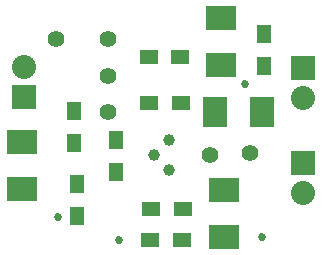
<source format=gts>
G04 #@! TF.FileFunction,Soldermask,Top*
%FSLAX46Y46*%
G04 Gerber Fmt 4.6, Leading zero omitted, Abs format (unit mm)*
G04 Created by KiCad (PCBNEW 4.0.1-stable) date 2/14/2016 8:13:32 PM*
%MOMM*%
G01*
G04 APERTURE LIST*
%ADD10C,0.100000*%
%ADD11R,2.500000X2.000000*%
%ADD12R,2.000000X2.500000*%
%ADD13R,2.032000X2.032000*%
%ADD14O,2.032000X2.032000*%
%ADD15C,1.397000*%
%ADD16C,1.000760*%
%ADD17R,1.300000X1.500000*%
%ADD18R,1.500000X1.300000*%
%ADD19C,0.685800*%
G04 APERTURE END LIST*
D10*
D11*
X140310000Y-112630000D03*
X140310000Y-108630000D03*
X157410000Y-116690000D03*
X157410000Y-112690000D03*
D12*
X160620000Y-106090000D03*
X156620000Y-106090000D03*
D11*
X157110000Y-102140000D03*
X157110000Y-98140000D03*
D13*
X140400000Y-104850000D03*
D14*
X140400000Y-102310000D03*
D13*
X164060000Y-110450000D03*
D14*
X164060000Y-112990000D03*
D13*
X164070000Y-102330000D03*
D14*
X164070000Y-104870000D03*
D15*
X147520000Y-103010000D03*
X147540000Y-106100000D03*
X147520000Y-99930000D03*
X156220000Y-109740000D03*
X159550000Y-109610000D03*
D16*
X151460000Y-109780000D03*
X152730000Y-108510000D03*
X152730000Y-111050000D03*
D17*
X144670000Y-105990000D03*
X144670000Y-108690000D03*
X144930000Y-112210000D03*
X144930000Y-114910000D03*
D18*
X153800000Y-116960000D03*
X151100000Y-116960000D03*
X153690000Y-101460000D03*
X150990000Y-101460000D03*
D17*
X160760000Y-102200000D03*
X160760000Y-99500000D03*
X148260000Y-111190000D03*
X148260000Y-108490000D03*
D18*
X151030000Y-105300000D03*
X153730000Y-105300000D03*
X151180000Y-114290000D03*
X153880000Y-114290000D03*
D15*
X143110000Y-99950000D03*
D19*
X143360000Y-114970000D03*
X160610000Y-116690000D03*
X148520000Y-116970000D03*
X159190000Y-103750000D03*
M02*

</source>
